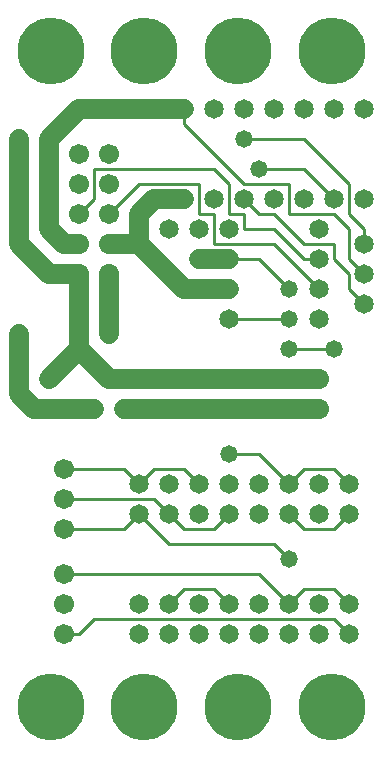
<source format=gbl>
%MOIN*%
%FSLAX25Y25*%
G04 D10 used for Character Trace; *
G04     Circle (OD=.01000) (No hole)*
G04 D11 used for Power Trace; *
G04     Circle (OD=.06500) (No hole)*
G04 D12 used for Signal Trace; *
G04     Circle (OD=.01100) (No hole)*
G04 D13 used for Via; *
G04     Circle (OD=.05800) (Round. Hole ID=.02800)*
G04 D14 used for Component hole; *
G04     Circle (OD=.06500) (Round. Hole ID=.03500)*
G04 D15 used for Component hole; *
G04     Circle (OD=.06700) (Round. Hole ID=.04300)*
G04 D16 used for Component hole; *
G04     Circle (OD=.08100) (Round. Hole ID=.05100)*
G04 D17 used for Component hole; *
G04     Circle (OD=.08900) (Round. Hole ID=.05900)*
G04 D18 used for Component hole; *
G04     Circle (OD=.11300) (Round. Hole ID=.08300)*
G04 D19 used for Component hole; *
G04     Circle (OD=.16000) (Round. Hole ID=.13000)*
G04 D20 used for Component hole; *
G04     Circle (OD=.18300) (Round. Hole ID=.15300)*
G04 D21 used for Component hole; *
G04     Circle (OD=.22291) (Round. Hole ID=.19291)*
%ADD10C,.01000*%
%ADD11C,.06500*%
%ADD12C,.01100*%
%ADD13C,.05800*%
%ADD14C,.06500*%
%ADD15C,.06700*%
%ADD16C,.08100*%
%ADD17C,.08900*%
%ADD18C,.11300*%
%ADD19C,.16000*%
%ADD20C,.18300*%
%ADD21C,.22291*%
%IPPOS*%
%LPD*%
G90*X0Y0D02*D21*X15625Y15625D03*D12*              
X20000Y40000D02*X25000D01*D15*X20000D03*D12*      
X25000D02*X30000Y45000D01*X110000D01*             
X115000Y40000D01*D14*D03*X105000Y50000D03*        
X115000D03*D12*X110000Y55000D01*X100000D01*       
X95000Y50000D01*D14*D03*D12*X85000Y60000D01*      
X20000D01*D15*D03*Y50000D03*Y75000D03*D12*        
X40000D01*X45000Y80000D01*D14*D03*D12*            
X55000Y70000D01*X90000D01*X95000Y65000D01*D13*D03*
D12*X100000Y75000D02*X110000D01*X115000Y80000D01* 
D14*D03*X105000Y90000D03*X115000D03*D12*          
X110000Y95000D01*X100000D01*X95000Y90000D01*D14*  
D03*D12*X85000Y100000D01*X75000D01*D13*D03*D14*   
X85000Y90000D03*X65000D03*D12*X60000Y95000D01*    
X50000D01*X45000Y90000D01*D14*D03*D12*            
X40000Y95000D01*X20000D01*D15*D03*Y85000D03*D12*  
X50000D01*X55000Y80000D01*D14*D03*D12*            
X60000Y75000D01*X70000D01*X75000Y80000D01*D14*D03*
X85000D03*X75000Y90000D03*X65000Y80000D03*        
X55000Y90000D03*X95000Y80000D03*D12*              
X100000Y75000D01*D14*X105000Y80000D03*            
X75000Y50000D03*D12*X70000Y55000D01*X60000D01*    
X55000Y50000D01*D14*D03*X65000Y40000D03*X45000D03*
X65000Y50000D03*X45000D03*X55000Y40000D03*        
X75000D03*X85000D03*Y50000D03*D21*X46875Y15625D03*
X78125D03*D14*X95000Y40000D03*X105000D03*D21*     
X109375Y15625D03*D15*X105000Y115000D03*D11*       
X65000D01*D15*D03*D11*X40000D01*D14*D03*X30000D03*
D11*X15000D01*D14*D03*D11*X10000D01*              
X5000Y120000D01*Y140000D01*D13*D03*D14*           
X15000Y125000D03*D11*X25000Y135000D01*            
X35000Y125000D01*D14*D03*D11*X65000D01*D15*D03*   
D11*X105000D01*D15*D03*D13*X95000Y135000D03*D12*  
X110000D01*D13*D03*D14*X105000Y145000D03*         
X120000Y150000D03*D12*X115000Y155000D01*          
Y160000D01*X110000Y165000D01*Y170000D01*          
X100000D01*X90000Y180000D01*X85000D01*            
X80000Y185000D01*D14*D03*D12*X75000Y180000D02*    
Y190000D01*Y180000D02*X80000D01*Y175000D01*       
X90000D01*X100000Y165000D01*X105000D01*D14*D03*   
D12*X115000D02*Y175000D01*X120000Y160000D02*      
X115000Y165000D01*D14*X120000Y160000D03*          
Y170000D03*D12*Y175000D01*X115000Y180000D01*      
Y190000D01*X100000Y205000D01*X80000D01*D13*D03*   
D14*X90000Y215000D03*X70000D03*D12*               
X75000Y190000D02*X70000Y195000D01*X30000D01*      
Y185000D01*X25000Y180000D01*D15*D03*              
X35000Y170000D03*D11*X45000D01*X60000Y155000D01*  
X65000D01*D14*D03*D11*X75000D01*D14*D03*D12*      
X95000D02*X85000Y165000D01*D13*X95000Y155000D03*  
D12*X75000Y165000D02*X85000D01*D14*X75000D03*D11* 
X65000D01*D14*D03*D12*X70000Y170000D02*X90000D01* 
X105000Y155000D01*D14*D03*D13*X95000Y145000D03*   
D12*X75000D01*D14*D03*D12*X70000Y170000D02*       
Y180000D01*X65000D01*Y190000D01*X45000D01*        
X35000Y180000D01*D15*D03*D11*X45000Y170000D02*    
Y180000D01*X50000Y185000D01*X60000D01*D14*D03*    
X55000Y175000D03*X70000Y185000D03*                
X65000Y175000D03*X75000D03*D12*X80000Y190000D02*  
X95000D01*Y180000D01*X110000D01*X115000Y175000D01*
D14*X120000Y185000D03*X105000Y175000D03*          
X110000Y185000D03*D12*X100000Y195000D01*X85000D01*
D13*D03*D12*X80000Y190000D02*X60000Y210000D01*    
Y215000D01*D14*D03*D11*X25000D01*X15000Y205000D01*
Y175000D01*X20000Y170000D01*X25000D01*D15*D03*    
X35000Y160000D03*D11*Y140000D01*D13*D03*D11*      
X25000Y135000D02*Y160000D01*D15*D03*D11*X15000D01*
X5000Y170000D01*Y205000D01*D13*D03*D15*           
X25000Y190000D03*Y200000D03*X35000Y190000D03*D21* 
X15625Y234375D03*D15*X35000Y200000D03*D21*        
X46875Y234375D03*D14*X80000Y215000D03*D21*        
X78125Y234375D03*D14*X90000Y185000D03*X100000D03* 
Y215000D03*X110000D03*D21*X109375Y234375D03*D14*  
X120000Y215000D03*M02*                            

</source>
